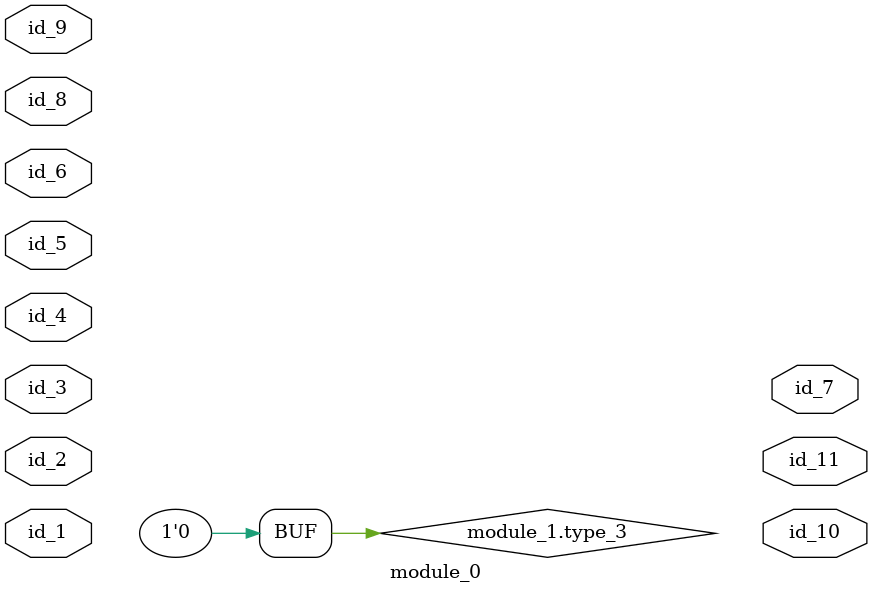
<source format=v>
module module_0 (
    id_1,
    id_2,
    id_3,
    id_4,
    id_5,
    id_6,
    id_7,
    id_8,
    id_9,
    id_10,
    id_11
);
  output wire id_11;
  output wire id_10;
  inout wire id_9;
  input wire id_8;
  output wire id_7;
  input wire id_6;
  inout wire id_5;
  input wire id_4;
  input wire id_3;
  input wire id_2;
  inout wire id_1;
  genvar id_12;
  assign module_1.type_3 = 0;
endmodule
module module_1 (
    input wor id_0
);
  assign id_2 = id_2;
  module_0 modCall_1 (
      id_2,
      id_2,
      id_2,
      id_2,
      id_2,
      id_2,
      id_2,
      id_2,
      id_2,
      id_2,
      id_2
  );
endmodule

</source>
